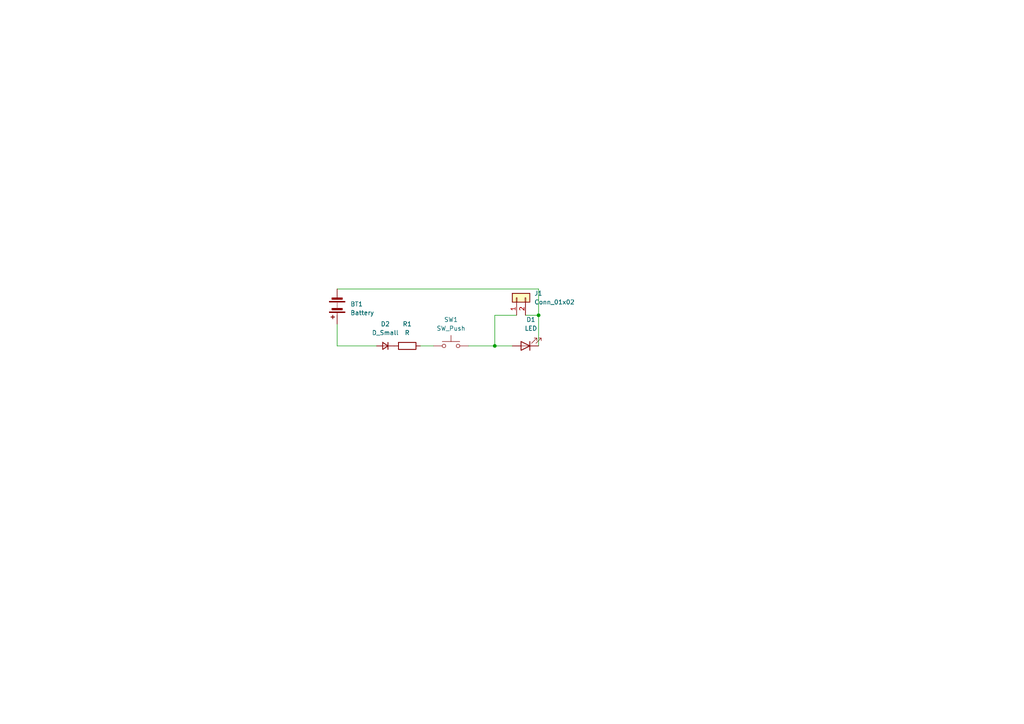
<source format=kicad_sch>
(kicad_sch (version 20250114) (generator "eeschema") (generator_version "9.0")
  (paper "A4")
  (lib_symbols
    (symbol "Connector_Generic:Conn_01x02" (pin_names (offset 1.016) (hide yes))
      (property "Reference" "J" (at 0 2.54 0))
      (property "Value" "Conn_01x02" (at 0 -5.08 0))
      (symbol "Conn_01x02_1_1"
        (rectangle (start -1.27 1.27) (end 1.27 -3.81) (stroke (width 0.254)) (fill (type background)))
        (rectangle (start -1.27 0.127) (end 0 -0.127) (stroke (width 0.1524)))
        (rectangle (start -1.27 -2.413) (end 0 -2.667) (stroke (width 0.1524)))
        (pin passive line (at -5.08 0 0) (length 3.81) (name "Pin_1") (number "1"))
        (pin passive line (at -5.08 -2.54 0) (length 3.81) (name "Pin_2") (number "2"))
      )
    )
    (symbol "Device:Battery" (pin_numbers (hide yes)) (pin_names (offset 0) (hide yes))
      (property "Reference" "BT" (at 2.54 2.54 0))
      (property "Value" "Battery" (at 2.54 0 0))
      (symbol "Battery_0_1"
        (rectangle (start -2.286 1.778) (end 2.286 1.524) (fill (type outline)))
        (rectangle (start -2.286 -1.27) (end 2.286 -1.524) (fill (type outline)))
        (rectangle (start -1.524 1.016) (end 1.524 0.508) (fill (type outline)))
        (rectangle (start -1.524 -2.032) (end 1.524 -2.54) (fill (type outline)))
        (polyline (pts (xy 0 1.778) (xy 0 2.54)))
        (polyline (pts (xy 0 0) (xy 0 0.254)))
        (polyline (pts (xy 0 -0.508) (xy 0 -0.254)))
        (polyline (pts (xy 0 -1.016) (xy 0 -0.762)))
        (polyline (pts (xy 0.762 3.048) (xy 1.778 3.048)) (stroke (width 0.254)))
        (polyline (pts (xy 1.27 3.556) (xy 1.27 2.54)) (stroke (width 0.254)))
      )
      (symbol "Battery_1_1"
        (pin passive line (at 0 5.08 270) (length 2.54) (name "+") (number "1"))
        (pin passive line (at 0 -5.08 90) (length 2.54) (name "-") (number "2"))
      )
    )
    (symbol "Device:D_Small" (pin_numbers (hide yes)) (pin_names (offset 0.254) (hide yes))
      (property "Reference" "D" (at -1.27 2.032 0))
      (property "Value" "D_Small" (at -3.81 -2.032 0))
      (symbol "D_Small_0_1"
        (polyline (pts (xy -0.762 0) (xy 0.762 0)))
        (polyline (pts (xy -0.762 -1.016) (xy -0.762 1.016)) (stroke (width 0.254)))
        (polyline (pts (xy 0.762 -1.016) (xy -0.762 0) (xy 0.762 1.016) (xy 0.762 -1.016)) (stroke (width 0.254)))
      )
      (symbol "D_Small_1_1"
        (pin passive line (at -2.54 0 0) (length 1.778) (name "K") (number "1"))
        (pin passive line (at 2.54 0 180) (length 1.778) (name "A") (number "2"))
      )
    )
    (symbol "Device:LED" (pin_numbers (hide yes)) (pin_names (offset 1.016) (hide yes))
      (property "Reference" "D" (at 0 2.54 0))
      (property "Value" "LED" (at 0 -2.54 0))
      (symbol "LED_0_1"
        (polyline (pts (xy -3.048 -0.762) (xy -4.572 -2.286) (xy -3.81 -2.286) (xy -4.572 -2.286) (xy -4.572 -1.524)))
        (polyline (pts (xy -1.778 -0.762) (xy -3.302 -2.286) (xy -2.54 -2.286) (xy -3.302 -2.286) (xy -3.302 -1.524)))
        (polyline (pts (xy -1.27 0) (xy 1.27 0)))
        (polyline (pts (xy -1.27 -1.27) (xy -1.27 1.27)) (stroke (width 0.254)))
        (polyline (pts (xy 1.27 -1.27) (xy 1.27 1.27) (xy -1.27 0) (xy 1.27 -1.27)) (stroke (width 0.254)))
      )
      (symbol "LED_1_1"
        (pin passive line (at -3.81 0 0) (length 2.54) (name "K") (number "1"))
        (pin passive line (at 3.81 0 180) (length 2.54) (name "A") (number "2"))
      )
    )
    (symbol "Device:R" (pin_numbers (hide yes)) (pin_names (offset 0))
      (property "Reference" "R" (at 2.032 0 90))
      (property "Value" "R" (at 0 0 90))
      (symbol "R_0_1"
        (rectangle (start -1.016 -2.54) (end 1.016 2.54) (stroke (width 0.254)))
      )
      (symbol "R_1_1"
        (pin passive line (at 0 3.81 270) (length 1.27) (name "~") (number "1"))
        (pin passive line (at 0 -3.81 90) (length 1.27) (name "~") (number "2"))
      )
    )
    (symbol "Switch:SW_Push" (pin_numbers (hide yes)) (pin_names (offset 1.016) (hide yes))
      (property "Reference" "SW" (at 1.27 2.54 0))
      (property "Value" "SW_Push" (at 0 -1.524 0))
      (symbol "SW_Push_0_1"
        (circle (center -2.032 0) (radius 0.508))
        (polyline (pts (xy 0 1.27) (xy 0 3.048)))
        (circle (center 2.032 0) (radius 0.508))
        (polyline (pts (xy 2.54 1.27) (xy -2.54 1.27)))
        (pin passive line (at -5.08 0 0) (length 2.54) (name "1") (number "1"))
        (pin passive line (at 5.08 0 180) (length 2.54) (name "2") (number "2"))
      )
    )
  )
  (junction (at 143.51 100.33))
  (junction (at 156.21 91.44))
  (wire (pts (xy 97.79 93.98) (xy 97.79 100.33)))
  (wire (pts (xy 143.51 91.44) (xy 143.51 100.33)))
  (wire (pts (xy 152.4 91.44) (xy 156.21 91.44)))
  (wire (pts (xy 143.51 100.33) (xy 148.59 100.33)))
  (wire (pts (xy 156.21 91.44) (xy 156.21 100.33)))
  (wire (pts (xy 135.89 100.33) (xy 143.51 100.33)))
  (wire (pts (xy 121.92 100.33) (xy 125.73 100.33)))
  (wire (pts (xy 97.79 83.82) (xy 156.21 83.82)))
  (wire (pts (xy 156.21 83.82) (xy 156.21 91.44)))
  (wire (pts (xy 143.51 91.44) (xy 149.86 91.44)))
  (wire (pts (xy 97.79 100.33) (xy 109.22 100.33)))
  (symbol (lib_id "Connector_Generic:Conn_01x02") (at 149.86 86.36 90) (unit 1) (exclude_from_sim yes)
    (property "Reference" "J1" (at 154.94 85.0899 90) (effects (justify right)))
    (property "Value" "Conn_01x02" (at 154.94 87.6299 90) (effects (justify right)))
    (property "Footprint" "Connector_PinHeader_2.00mm:PinHeader_1x02_P2.00mm_Horizontal" (effects (hide yes)))
    (property "Description" "Generic connector, single row, 01x02, script generated (kicad-library-utils/schlib/autogen/connector/)" (effects (hide yes)))
  )
  (symbol (lib_id "Device:R") (at 118.11 100.33 270) (unit 1)
    (property "Reference" "R1" (at 118.11 93.98 90))
    (property "Value" "R" (at 118.11 96.52 90))
    (property "Footprint" "Resistor_THT:R_Axial_DIN0207_L6.3mm_D2.5mm_P7.62mm_Horizontal" (effects (hide yes)))
    (property "Description" "Resistor" (effects (hide yes)))
  )
  (symbol (lib_id "Device:LED") (at 152.4 100.33 180) (unit 1)
    (property "Reference" "D1" (at 153.9875 92.71 0))
    (property "Value" "LED" (at 153.9875 95.25 0))
    (property "Footprint" "LED_THT:LED_D3.0mm" (effects (hide yes)))
    (property "Description" "Light emitting diode" (effects (hide yes)))
    (property "Sim.Pins" "1=A 2=K" (effects (hide yes)))
    (property "Sim.Device" "D" (effects (hide yes)))
  )
  (symbol (lib_id "Device:Battery") (at 97.79 88.9 180) (unit 1)
    (property "Reference" "BT1" (at 101.6 88.2014 0) (effects (justify right)))
    (property "Value" "Battery" (at 101.6 90.7414 0) (effects (justify right)))
    (property "Footprint" "Battery:BatteryHolder_Keystone_2462_2xAA" (effects (hide yes)))
    (property "Description" "Multiple-cell battery" (effects (hide yes)))
    (property "Sim.Device" "V" (effects (hide yes)))
    (property "Sim.Type" "DC" (effects (hide yes)))
    (property "Sim.Pins" "1=+ 2=-" (effects (hide yes)))
    (property "Sim.Params" "dc=4" (effects (hide yes)))
  )
  (symbol (lib_id "Switch:SW_Push") (at 130.81 100.33 0) (unit 1)
    (property "Reference" "SW1" (at 130.81 92.71 0))
    (property "Value" "SW_Push" (at 130.81 95.25 0))
    (property "Footprint" "Button_Switch_THT:SW_DIP_SPSTx01_Piano_10.8x4.1mm_W7.62mm_P2.54mm" (effects (hide yes)))
    (property "Description" "Push button switch, generic, two pins" (effects (hide yes)))
    (property "Sim.Device" "SW" (effects (hide yes)))
    (property "Sim.Type" "V" (effects (hide yes)))
    (property "Sim.Pins" "1=ctrl+ 2=ctrl-" (effects (hide yes)))
  )
  (symbol (lib_id "Device:D_Small") (at 111.76 100.33 180) (unit 1)
    (property "Reference" "D2" (at 111.76 93.98 0))
    (property "Value" "D_Small" (at 111.76 96.52 0))
    (property "Footprint" "Diode_THT:D_T-1_P5.08mm_Horizontal" (effects (hide yes)))
    (property "Description" "Diode, small symbol" (effects (hide yes)))
    (property "Sim.Device" "D" (effects (hide yes)))
    (property "Sim.Pins" "1=K 2=A" (effects (hide yes)))
  )
)
</source>
